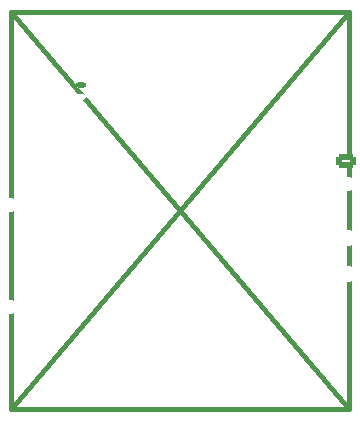
<source format=gbo>
G04 #@! TF.GenerationSoftware,KiCad,Pcbnew,8.0.2*
G04 #@! TF.CreationDate,2025-05-08T21:28:10-06:00*
G04 #@! TF.ProjectId,kicad,6b696361-642e-46b6-9963-61645f706362,4*
G04 #@! TF.SameCoordinates,Original*
G04 #@! TF.FileFunction,Legend,Bot*
G04 #@! TF.FilePolarity,Positive*
%FSLAX46Y46*%
G04 Gerber Fmt 4.6, Leading zero omitted, Abs format (unit mm)*
G04 Created by KiCad (PCBNEW 8.0.2) date 2025-05-08 21:28:10*
%MOMM*%
%LPD*%
G01*
G04 APERTURE LIST*
G04 Aperture macros list*
%AMRoundRect*
0 Rectangle with rounded corners*
0 $1 Rounding radius*
0 $2 $3 $4 $5 $6 $7 $8 $9 X,Y pos of 4 corners*
0 Add a 4 corners polygon primitive as box body*
4,1,4,$2,$3,$4,$5,$6,$7,$8,$9,$2,$3,0*
0 Add four circle primitives for the rounded corners*
1,1,$1+$1,$2,$3*
1,1,$1+$1,$4,$5*
1,1,$1+$1,$6,$7*
1,1,$1+$1,$8,$9*
0 Add four rect primitives between the rounded corners*
20,1,$1+$1,$2,$3,$4,$5,0*
20,1,$1+$1,$4,$5,$6,$7,0*
20,1,$1+$1,$6,$7,$8,$9,0*
20,1,$1+$1,$8,$9,$2,$3,0*%
G04 Aperture macros list end*
%ADD10C,0.400000*%
%ADD11RoundRect,0.104167X-0.295833X0.145833X-0.295833X-0.145833X0.295833X-0.145833X0.295833X0.145833X0*%
%ADD12O,0.800000X0.500000*%
%ADD13C,0.650000*%
%ADD14O,2.304000X1.204000*%
%ADD15O,2.004000X1.204000*%
%ADD16RoundRect,0.250000X-0.625000X0.350000X-0.625000X-0.350000X0.625000X-0.350000X0.625000X0.350000X0*%
%ADD17O,1.750000X1.200000*%
%ADD18C,1.397000*%
G04 APERTURE END LIST*
D10*
X128090000Y-95406000D02*
X156710000Y-95406000D01*
X156710000Y-128994000D01*
X128090000Y-128994000D01*
X128090000Y-95406000D01*
X128090000Y-95406000D02*
X156710000Y-128994000D01*
X156710000Y-95406000D02*
X128090000Y-128994000D01*
%LPC*%
D11*
X134000000Y-101600000D03*
D12*
X134000000Y-102616000D03*
D13*
X131430000Y-113182500D03*
X131430000Y-118962500D03*
D14*
X131930000Y-111752500D03*
D15*
X127750000Y-111752500D03*
D14*
X131930000Y-120392500D03*
D15*
X127750000Y-120392500D03*
D16*
X156500000Y-108000000D03*
D17*
X156500000Y-110000000D03*
D18*
X156750000Y-117566020D03*
X156750000Y-114568820D03*
%LPD*%
M02*

</source>
